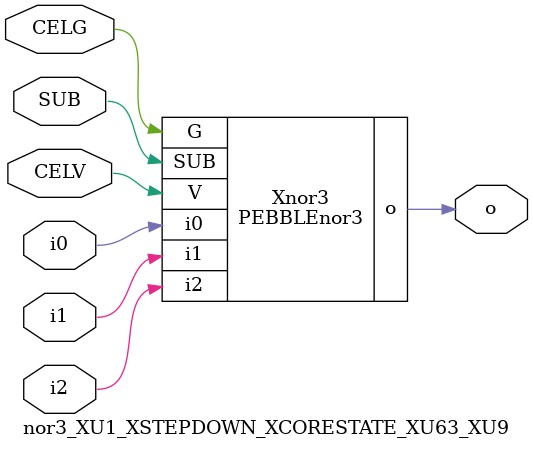
<source format=v>



module PEBBLEnor3 ( o, G, SUB, V, i0, i1, i2 );

  input i0;
  input V;
  input i2;
  input i1;
  input G;
  output o;
  input SUB;
endmodule

//Celera Confidential Do Not Copy nor3_XU1_XSTEPDOWN_XCORESTATE_XU63_XU9
//Celera Confidential Symbol Generator
//NOR3
module nor3_XU1_XSTEPDOWN_XCORESTATE_XU63_XU9 (CELV,CELG,i0,i1,i2,o,SUB);
input CELV;
input CELG;
input i0;
input i1;
input i2;
input SUB;
output o;

//Celera Confidential Do Not Copy nor3
PEBBLEnor3 Xnor3(
.V (CELV),
.i0 (i0),
.i1 (i1),
.i2 (i2),
.o (o),
.SUB (SUB),
.G (CELG)
);
//,diesize,PEBBLEnor3

//Celera Confidential Do Not Copy Module End
//Celera Schematic Generator
endmodule

</source>
